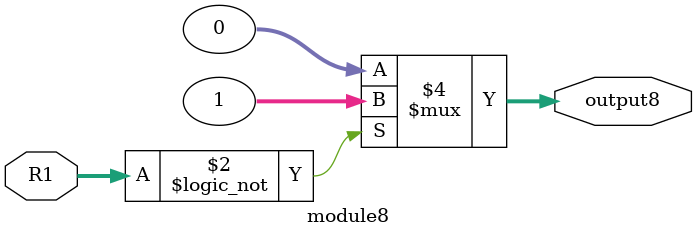
<source format=v>
module module8(R1, output8);
input [31:0] R1;
output reg [31:0] output8;
always @(R1)
begin
if (R1 == 0) begin
output8 = 1;
end else begin
output8 = 0; end
end
endmodule
</source>
